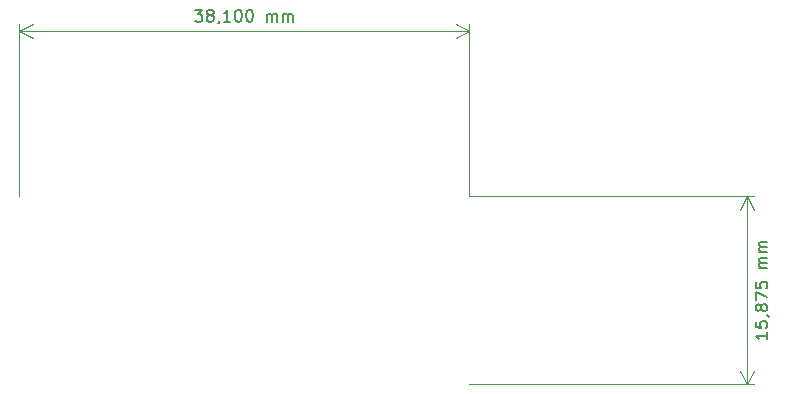
<source format=gbr>
G04 #@! TF.GenerationSoftware,KiCad,Pcbnew,(5.1.4)-1*
G04 #@! TF.CreationDate,2020-06-05T14:27:08+02:00*
G04 #@! TF.ProjectId,Breakout,42726561-6b6f-4757-942e-6b696361645f,rev?*
G04 #@! TF.SameCoordinates,Original*
G04 #@! TF.FileFunction,Legend,Bot*
G04 #@! TF.FilePolarity,Positive*
%FSLAX46Y46*%
G04 Gerber Fmt 4.6, Leading zero omitted, Abs format (unit mm)*
G04 Created by KiCad (PCBNEW (5.1.4)-1) date 2020-06-05 14:27:08*
%MOMM*%
%LPD*%
G04 APERTURE LIST*
%ADD10C,0.150000*%
%ADD11C,0.120000*%
G04 APERTURE END LIST*
D10*
X199842380Y-49608928D02*
X199842380Y-50180357D01*
X199842380Y-49894642D02*
X198842380Y-49894642D01*
X198985238Y-49989880D01*
X199080476Y-50085119D01*
X199128095Y-50180357D01*
X198842380Y-48704166D02*
X198842380Y-49180357D01*
X199318571Y-49227976D01*
X199270952Y-49180357D01*
X199223333Y-49085119D01*
X199223333Y-48847023D01*
X199270952Y-48751785D01*
X199318571Y-48704166D01*
X199413809Y-48656547D01*
X199651904Y-48656547D01*
X199747142Y-48704166D01*
X199794761Y-48751785D01*
X199842380Y-48847023D01*
X199842380Y-49085119D01*
X199794761Y-49180357D01*
X199747142Y-49227976D01*
X199794761Y-48180357D02*
X199842380Y-48180357D01*
X199937619Y-48227976D01*
X199985238Y-48275595D01*
X199270952Y-47608928D02*
X199223333Y-47704166D01*
X199175714Y-47751785D01*
X199080476Y-47799404D01*
X199032857Y-47799404D01*
X198937619Y-47751785D01*
X198890000Y-47704166D01*
X198842380Y-47608928D01*
X198842380Y-47418452D01*
X198890000Y-47323214D01*
X198937619Y-47275595D01*
X199032857Y-47227976D01*
X199080476Y-47227976D01*
X199175714Y-47275595D01*
X199223333Y-47323214D01*
X199270952Y-47418452D01*
X199270952Y-47608928D01*
X199318571Y-47704166D01*
X199366190Y-47751785D01*
X199461428Y-47799404D01*
X199651904Y-47799404D01*
X199747142Y-47751785D01*
X199794761Y-47704166D01*
X199842380Y-47608928D01*
X199842380Y-47418452D01*
X199794761Y-47323214D01*
X199747142Y-47275595D01*
X199651904Y-47227976D01*
X199461428Y-47227976D01*
X199366190Y-47275595D01*
X199318571Y-47323214D01*
X199270952Y-47418452D01*
X198842380Y-46894642D02*
X198842380Y-46227976D01*
X199842380Y-46656547D01*
X198842380Y-45370833D02*
X198842380Y-45847023D01*
X199318571Y-45894642D01*
X199270952Y-45847023D01*
X199223333Y-45751785D01*
X199223333Y-45513690D01*
X199270952Y-45418452D01*
X199318571Y-45370833D01*
X199413809Y-45323214D01*
X199651904Y-45323214D01*
X199747142Y-45370833D01*
X199794761Y-45418452D01*
X199842380Y-45513690D01*
X199842380Y-45751785D01*
X199794761Y-45847023D01*
X199747142Y-45894642D01*
X199842380Y-44132738D02*
X199175714Y-44132738D01*
X199270952Y-44132738D02*
X199223333Y-44085119D01*
X199175714Y-43989880D01*
X199175714Y-43847023D01*
X199223333Y-43751785D01*
X199318571Y-43704166D01*
X199842380Y-43704166D01*
X199318571Y-43704166D02*
X199223333Y-43656547D01*
X199175714Y-43561309D01*
X199175714Y-43418452D01*
X199223333Y-43323214D01*
X199318571Y-43275595D01*
X199842380Y-43275595D01*
X199842380Y-42799404D02*
X199175714Y-42799404D01*
X199270952Y-42799404D02*
X199223333Y-42751785D01*
X199175714Y-42656547D01*
X199175714Y-42513690D01*
X199223333Y-42418452D01*
X199318571Y-42370833D01*
X199842380Y-42370833D01*
X199318571Y-42370833D02*
X199223333Y-42323214D01*
X199175714Y-42227976D01*
X199175714Y-42085119D01*
X199223333Y-41989880D01*
X199318571Y-41942261D01*
X199842380Y-41942261D01*
D11*
X198120000Y-53975000D02*
X198120000Y-38100000D01*
X174625000Y-53975000D02*
X198706421Y-53975000D01*
X174625000Y-38100000D02*
X198706421Y-38100000D01*
X198120000Y-38100000D02*
X198706421Y-39226504D01*
X198120000Y-38100000D02*
X197533579Y-39226504D01*
X198120000Y-53975000D02*
X198706421Y-52848496D01*
X198120000Y-53975000D02*
X197533579Y-52848496D01*
D10*
X151384523Y-22312380D02*
X152003571Y-22312380D01*
X151670238Y-22693333D01*
X151813095Y-22693333D01*
X151908333Y-22740952D01*
X151955952Y-22788571D01*
X152003571Y-22883809D01*
X152003571Y-23121904D01*
X151955952Y-23217142D01*
X151908333Y-23264761D01*
X151813095Y-23312380D01*
X151527380Y-23312380D01*
X151432142Y-23264761D01*
X151384523Y-23217142D01*
X152575000Y-22740952D02*
X152479761Y-22693333D01*
X152432142Y-22645714D01*
X152384523Y-22550476D01*
X152384523Y-22502857D01*
X152432142Y-22407619D01*
X152479761Y-22360000D01*
X152575000Y-22312380D01*
X152765476Y-22312380D01*
X152860714Y-22360000D01*
X152908333Y-22407619D01*
X152955952Y-22502857D01*
X152955952Y-22550476D01*
X152908333Y-22645714D01*
X152860714Y-22693333D01*
X152765476Y-22740952D01*
X152575000Y-22740952D01*
X152479761Y-22788571D01*
X152432142Y-22836190D01*
X152384523Y-22931428D01*
X152384523Y-23121904D01*
X152432142Y-23217142D01*
X152479761Y-23264761D01*
X152575000Y-23312380D01*
X152765476Y-23312380D01*
X152860714Y-23264761D01*
X152908333Y-23217142D01*
X152955952Y-23121904D01*
X152955952Y-22931428D01*
X152908333Y-22836190D01*
X152860714Y-22788571D01*
X152765476Y-22740952D01*
X153432142Y-23264761D02*
X153432142Y-23312380D01*
X153384523Y-23407619D01*
X153336904Y-23455238D01*
X154384523Y-23312380D02*
X153813095Y-23312380D01*
X154098809Y-23312380D02*
X154098809Y-22312380D01*
X154003571Y-22455238D01*
X153908333Y-22550476D01*
X153813095Y-22598095D01*
X155003571Y-22312380D02*
X155098809Y-22312380D01*
X155194047Y-22360000D01*
X155241666Y-22407619D01*
X155289285Y-22502857D01*
X155336904Y-22693333D01*
X155336904Y-22931428D01*
X155289285Y-23121904D01*
X155241666Y-23217142D01*
X155194047Y-23264761D01*
X155098809Y-23312380D01*
X155003571Y-23312380D01*
X154908333Y-23264761D01*
X154860714Y-23217142D01*
X154813095Y-23121904D01*
X154765476Y-22931428D01*
X154765476Y-22693333D01*
X154813095Y-22502857D01*
X154860714Y-22407619D01*
X154908333Y-22360000D01*
X155003571Y-22312380D01*
X155955952Y-22312380D02*
X156051190Y-22312380D01*
X156146428Y-22360000D01*
X156194047Y-22407619D01*
X156241666Y-22502857D01*
X156289285Y-22693333D01*
X156289285Y-22931428D01*
X156241666Y-23121904D01*
X156194047Y-23217142D01*
X156146428Y-23264761D01*
X156051190Y-23312380D01*
X155955952Y-23312380D01*
X155860714Y-23264761D01*
X155813095Y-23217142D01*
X155765476Y-23121904D01*
X155717857Y-22931428D01*
X155717857Y-22693333D01*
X155765476Y-22502857D01*
X155813095Y-22407619D01*
X155860714Y-22360000D01*
X155955952Y-22312380D01*
X157479761Y-23312380D02*
X157479761Y-22645714D01*
X157479761Y-22740952D02*
X157527380Y-22693333D01*
X157622619Y-22645714D01*
X157765476Y-22645714D01*
X157860714Y-22693333D01*
X157908333Y-22788571D01*
X157908333Y-23312380D01*
X157908333Y-22788571D02*
X157955952Y-22693333D01*
X158051190Y-22645714D01*
X158194047Y-22645714D01*
X158289285Y-22693333D01*
X158336904Y-22788571D01*
X158336904Y-23312380D01*
X158813095Y-23312380D02*
X158813095Y-22645714D01*
X158813095Y-22740952D02*
X158860714Y-22693333D01*
X158955952Y-22645714D01*
X159098809Y-22645714D01*
X159194047Y-22693333D01*
X159241666Y-22788571D01*
X159241666Y-23312380D01*
X159241666Y-22788571D02*
X159289285Y-22693333D01*
X159384523Y-22645714D01*
X159527380Y-22645714D01*
X159622619Y-22693333D01*
X159670238Y-22788571D01*
X159670238Y-23312380D01*
D11*
X136525000Y-24130000D02*
X174625000Y-24130000D01*
X136525000Y-38100000D02*
X136525000Y-23543579D01*
X174625000Y-38100000D02*
X174625000Y-23543579D01*
X174625000Y-24130000D02*
X173498496Y-24716421D01*
X174625000Y-24130000D02*
X173498496Y-23543579D01*
X136525000Y-24130000D02*
X137651504Y-24716421D01*
X136525000Y-24130000D02*
X137651504Y-23543579D01*
M02*

</source>
